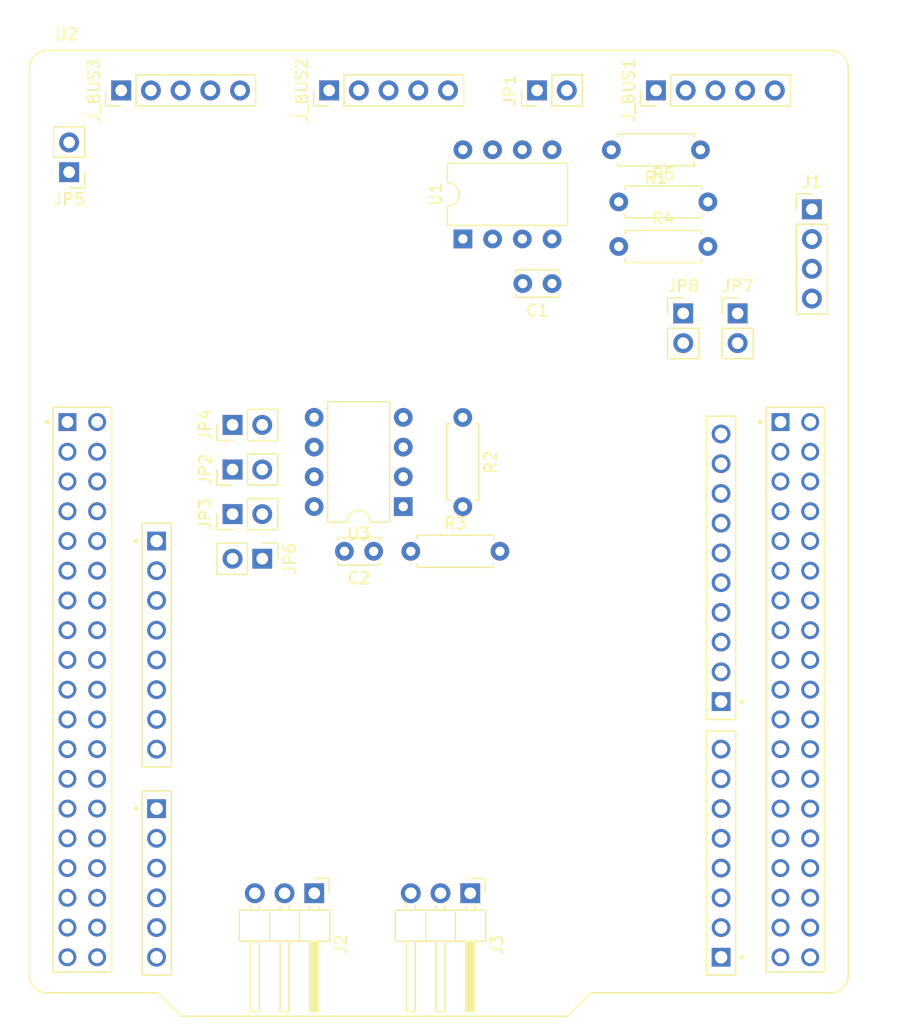
<source format=kicad_pcb>
(kicad_pcb (version 20211014) (generator pcbnew)
  (layers (0 "F.Cu" signal) (31 "B.Cu" signal) (34 "B.Paste" user) (35 "F.Paste" user) (36 "B.SilkS" user "B.Silkscreen") (37 "F.SilkS" user "F.Silkscreen") (38 "B.Mask" user) (39 "F.Mask" user) (44 "Edge.Cuts" user))
  (net 0 "")
  (net 1 "GND")
  (net 2 "5VCPU")
  (net 3 "3V3")
  (net 4 "Net-(JP1-Pad2)")
  (net 5 "12V")
  (net 6 "5V")
  (net 7 "Net-(JP1-Pad1)")
  (net 8 "CAN_TX")
  (net 9 "CAN_RX")
  (net 63 "Net-(JP2-Pad2)")
  (net 64 "Net-(JP3-Pad2)")
  (net 65 "Net-(JP4-Pad2)")
  (net 66 "SPICLK")
  (net 67 "MISO")
  (net 68 "MOSI")
  (net 69 "EECS")
  (net 70 "Net-(J_BUS2-Pad4)")
  (net 73 "Net-(U3-Pad3)")
  (net 81 "Net-(U2-PadCN7_4)")
  (net 82 "I2C3_CK")
  (net 83 "Net-(U2-PadCN10_2)")
  (net 84 "I2C3_DTA")
  (net 85 "Net-(U2-PadCN10_1)")
  (footprint "Capacitor_THT:C_Disc_D3.4mm_W2.1mm_P2.50mm" (layer "F.Cu") (at 101.6 106.68 180)
    (fp_text reference "C2" (at 1.25 -2.3) (layer "F.SilkS"))
    (fp_text value "100nF")
    (fp_line (start -0.57 1.17) (end 3.07 1.17) (layer "F.SilkS") (width 0.12))
    (fp_line (start -0.57 0.925) (end -0.57 1.17) (layer "F.SilkS") (width 0.12))
    (fp_line (start -0.57 -1.17) (end 3.07 -1.17) (layer "F.SilkS") (width 0.12))
    (fp_line (start -0.57 -1.17) (end -0.57 -0.925) (layer "F.SilkS") (width 0.12))
    (fp_line (start 3.07 0.925) (end 3.07 1.17) (layer "F.SilkS") (width 0.12))
    (fp_line (start 3.07 -1.17) (end 3.07 -0.925) (layer "F.SilkS") (width 0.12))
    (pad "1" thru_hole circle (at 0 0 180) (size 1.6 1.6) (drill 0.8) (layers *.Cu *.Mask) (net 1 "GND"))
    (pad "2" thru_hole circle (at 2.5 0 180) (size 1.6 1.6) (drill 0.8) (layers *.Cu *.Mask) (net 3 "3V3"))
  )
  (footprint "Connector_PinHeader_2.54mm:PinHeader_1x02_P2.54mm_Vertical" (layer "F.Cu") (at 89.535 103.505 90)
    (fp_text reference "JP3" (at 0 -2.33 90) (layer "F.SilkS"))
    (fp_text value "SJ")
    (fp_line (start -1.33 3.87) (end 1.33 3.87) (layer "F.SilkS") (width 0.12))
    (fp_line (start -1.33 -1.33) (end 0 -1.33) (layer "F.SilkS") (width 0.12))
    (fp_line (start 1.33 1.27) (end 1.33 3.87) (layer "F.SilkS") (width 0.12))
    (fp_line (start -1.33 1.27) (end -1.33 3.87) (layer "F.SilkS") (width 0.12))
    (fp_line (start -1.33 1.27) (end 1.33 1.27) (layer "F.SilkS") (width 0.12))
    (fp_line (start -1.33 0) (end -1.33 -1.33) (layer "F.SilkS") (width 0.12))
    (pad "1" thru_hole rect (at 0 0 90) (size 1.7 1.7) (drill 1) (layers *.Cu *.Mask) (net 66 "SPICLK"))
    (pad "2" thru_hole oval (at 0 2.54 90) (size 1.7 1.7) (drill 1) (layers *.Cu *.Mask) (net 64 "Net-(JP3-Pad2)"))
  )
  (footprint "Connector_PinHeader_2.54mm:PinHeader_1x05_P2.54mm_Vertical" (layer "F.Cu") (at 125.735 67.31 90)
    (fp_text reference "J_BUS1" (at 0 -2.33 90) (layer "F.SilkS"))
    (fp_text value "Conn_01x05_Female")
    (fp_line (start -1.33 11.49) (end 1.33 11.49) (layer "F.SilkS") (width 0.12))
    (fp_line (start -1.33 1.27) (end -1.33 11.49) (layer "F.SilkS") (width 0.12))
    (fp_line (start 1.33 1.27) (end 1.33 11.49) (layer "F.SilkS") (width 0.12))
    (fp_line (start -1.33 -1.33) (end 0 -1.33) (layer "F.SilkS") (width 0.12))
    (fp_line (start -1.33 0) (end -1.33 -1.33) (layer "F.SilkS") (width 0.12))
    (fp_line (start -1.33 1.27) (end 1.33 1.27) (layer "F.SilkS") (width 0.12))
    (pad "1" thru_hole rect (at 0 0 90) (size 1.7 1.7) (drill 1) (layers *.Cu *.Mask) (net 5 "12V"))
    (pad "2" thru_hole oval (at 0 2.54 90) (size 1.7 1.7) (drill 1) (layers *.Cu *.Mask) (net 1 "GND"))
    (pad "3" thru_hole oval (at 0 5.08 90) (size 1.7 1.7) (drill 1) (layers *.Cu *.Mask) (net 6 "5V"))
    (pad "4" thru_hole oval (at 0 7.62 90) (size 1.7 1.7) (drill 1) (layers *.Cu *.Mask) (net 70 "Net-(J_BUS2-Pad4)"))
    (pad "5" thru_hole oval (at 0 10.16 90) (size 1.7 1.7) (drill 1) (layers *.Cu *.Mask) (net 7 "Net-(JP1-Pad1)"))
  )
  (footprint "Connector_PinHeader_2.54mm:PinHeader_1x03_P2.54mm_Horizontal" (layer "F.Cu") (at 109.855 135.89 -90)
    (fp_text reference "J3" (at 4.385 -2.27 90) (layer "F.SilkS"))
    (fp_text value "Conn_01x03_Male")
    (fp_line (start 10.1 4.7) (end 10.1 5.46) (layer "F.SilkS") (width 0.12))
    (fp_line (start 1.042929 5.46) (end 1.44 5.46) (layer "F.SilkS") (width 0.12))
    (fp_line (start 4.1 6.41) (end 4.1 -1.33) (layer "F.SilkS") (width 0.12))
    (fp_line (start 4.1 4.7) (end 10.1 4.7) (layer "F.SilkS") (width 0.12))
    (fp_line (start 10.1 2.92) (end 4.1 2.92) (layer "F.SilkS") (width 0.12))
    (fp_line (start 1.11 -0.38) (end 1.44 -0.38) (layer "F.SilkS") (width 0.12))
    (fp_line (start 10.1 0.38) (end 4.1 0.38) (layer "F.SilkS") (width 0.12))
    (fp_line (start 10.1 5.46) (end 4.1 5.46) (layer "F.SilkS") (width 0.12))
    (fp_line (start 4.1 -1.33) (end 1.44 -1.33) (layer "F.SilkS") (width 0.12))
    (fp_line (start 1.44 -1.33) (end 1.44 6.41) (layer "F.SilkS") (width 0.12))
    (fp_line (start 1.44 1.27) (end 4.1 1.27) (layer "F.SilkS") (width 0.12))
    (fp_line (start 4.1 -0.38) (end 10.1 -0.38) (layer "F.SilkS") (width 0.12))
    (fp_line (start 1.11 0.38) (end 1.44 0.38) (layer "F.SilkS") (width 0.12))
    (fp_line (start 1.042929 4.7) (end 1.44 4.7) (layer "F.SilkS") (width 0.12))
    (fp_line (start 10.1 -0.38) (end 10.1 0.38) (layer "F.SilkS") (width 0.12))
    (fp_line (start 10.1 2.16) (end 10.1 2.92) (layer "F.SilkS") (width 0.12))
    (fp_line (start -1.27 0) (end -1.27 -1.27) (layer "F.SilkS") (width 0.12))
    (fp_line (start 4.1 0.04) (end 10.1 0.04) (layer "F.SilkS") (width 0.12))
    (fp_line (start 4.1 -0.08) (end 10.1 -0.08) (layer "F.SilkS") (width 0.12))
    (fp_line (start 4.1 2.16) (end 10.1 2.16) (layer "F.SilkS") (width 0.12))
    (fp_line (start 1.44 6.41) (end 4.1 6.41) (layer "F.SilkS") (width 0.12))
    (fp_line (start 1.44 3.81) (end 4.1 3.81) (layer "F.SilkS") (width 0.12))
    (fp_line (start -1.27 -1.27) (end 0 -1.27) (layer "F.SilkS") (width 0.12))
    (fp_line (start 1.042929 2.16) (end 1.44 2.16) (layer "F.SilkS") (width 0.12))
    (fp_line (start 4.1 0.28) (end 10.1 0.28) (layer "F.SilkS") (width 0.12))
    (fp_line (start 1.042929 2.92) (end 1.44 2.92) (layer "F.SilkS") (width 0.12))
    (fp_line (start 4.1 -0.32) (end 10.1 -0.32) (layer "F.SilkS") (width 0.12))
    (fp_line (start 4.1 -0.2) (end 10.1 -0.2) (layer "F.SilkS") (width 0.12))
    (fp_line (start 4.1 0.16) (end 10.1 0.16) (layer "F.SilkS") (width 0.12))
    (pad "1" thru_hole rect (at 0 0 270) (size 1.7 1.7) (drill 1) (layers *.Cu *.Mask))
    (pad "2" thru_hole oval (at 0 2.54 270) (size 1.7 1.7) (drill 1) (layers *.Cu *.Mask))
    (pad "3" thru_hole oval (at 0 5.08 270) (size 1.7 1.7) (drill 1) (layers *.Cu *.Mask))
  )
  (footprint "Connector_PinHeader_2.54mm:PinHeader_1x04_P2.54mm_Vertical" (layer "F.Cu") (at 139.065 77.47)
    (fp_text reference "J1" (at 0 -2.33) (layer "F.SilkS"))
    (fp_text value "Conn_01x04_Female")
    (fp_line (start -1.33 1.27) (end 1.33 1.27) (layer "F.SilkS") (width 0.12))
    (fp_line (start -1.33 8.95) (end 1.33 8.95) (layer "F.SilkS") (width 0.12))
    (fp_line (start 1.33 1.27) (end 1.33 8.95) (layer "F.SilkS") (width 0.12))
    (fp_line (start -1.33 -1.33) (end 0 -1.33) (layer "F.SilkS") (width 0.12))
    (fp_line (start -1.33 0) (end -1.33 -1.33) (layer "F.SilkS") (width 0.12))
    (fp_line (start -1.33 1.27) (end -1.33 8.95) (layer "F.SilkS") (width 0.12))
    (pad "1" thru_hole rect (at 0 0) (size 1.7 1.7) (drill 1) (layers *.Cu *.Mask))
    (pad "2" thru_hole oval (at 0 2.54) (size 1.7 1.7) (drill 1) (layers *.Cu *.Mask))
    (pad "3" thru_hole oval (at 0 5.08) (size 1.7 1.7) (drill 1) (layers *.Cu *.Mask))
    (pad "4" thru_hole oval (at 0 7.62) (size 1.7 1.7) (drill 1) (layers *.Cu *.Mask))
  )
  (footprint "Connector_PinHeader_2.54mm:PinHeader_1x02_P2.54mm_Vertical" (layer "F.Cu") (at 89.535 95.885 90)
    (fp_text reference "JP4" (at 0 -2.33 90) (layer "F.SilkS"))
    (fp_text value "SJ")
    (fp_line (start -1.33 3.87) (end 1.33 3.87) (layer "F.SilkS") (width 0.12))
    (fp_line (start -1.33 1.27) (end -1.33 3.87) (layer "F.SilkS") (width 0.12))
    (fp_line (start -1.33 0) (end -1.33 -1.33) (layer "F.SilkS") (width 0.12))
    (fp_line (start -1.33 -1.33) (end 0 -1.33) (layer "F.SilkS") (width 0.12))
    (fp_line (start -1.33 1.27) (end 1.33 1.27) (layer "F.SilkS") (width 0.12))
    (fp_line (start 1.33 1.27) (end 1.33 3.87) (layer "F.SilkS") (width 0.12))
    (pad "1" thru_hole rect (at 0 0 90) (size 1.7 1.7) (drill 1) (layers *.Cu *.Mask) (net 68 "MOSI"))
    (pad "2" thru_hole oval (at 0 2.54 90) (size 1.7 1.7) (drill 1) (layers *.Cu *.Mask) (net 65 "Net-(JP4-Pad2)"))
  )
  (footprint "Connector_PinHeader_2.54mm:PinHeader_1x02_P2.54mm_Vertical" (layer "F.Cu") (at 132.715 86.36)
    (fp_text reference "JP7" (at 0 -2.33) (layer "F.SilkS"))
    (fp_text value "SJ")
    (fp_line (start -1.33 -1.33) (end 0 -1.33) (layer "F.SilkS") (width 0.12))
    (fp_line (start -1.33 0) (end -1.33 -1.33) (layer "F.SilkS") (width 0.12))
    (fp_line (start -1.33 3.87) (end 1.33 3.87) (layer "F.SilkS") (width 0.12))
    (fp_line (start 1.33 1.27) (end 1.33 3.87) (layer "F.SilkS") (width 0.12))
    (fp_line (start -1.33 1.27) (end -1.33 3.87) (layer "F.SilkS") (width 0.12))
    (fp_line (start -1.33 1.27) (end 1.33 1.27) (layer "F.SilkS") (width 0.12))
    (pad "1" thru_hole rect (at 0 0) (size 1.7 1.7) (drill 1) (layers *.Cu *.Mask) (net 82 "I2C3_CK"))
    (pad "2" thru_hole oval (at 0 2.54) (size 1.7 1.7) (drill 1) (layers *.Cu *.Mask) (net 83 "Net-(U2-PadCN10_2)"))
  )
  (footprint "Resistor_THT:R_Axial_DIN0207_L6.3mm_D2.5mm_P7.62mm_Horizontal" (layer "F.Cu") (at 122.555 76.835)
    (fp_text reference "R5" (at 3.81 -2.37) (layer "F.SilkS"))
    (fp_text value "4.4K")
    (fp_line (start 0.54 1.37) (end 7.08 1.37) (layer "F.SilkS") (width 0.12))
    (fp_line (start 0.54 -1.37) (end 7.08 -1.37) (layer "F.SilkS") (width 0.12))
    (fp_line (start 0.54 1.04) (end 0.54 1.37) (layer "F.SilkS") (width 0.12))
    (fp_line (start 7.08 -1.37) (end 7.08 -1.04) (layer "F.SilkS") (width 0.12))
    (fp_line (start 0.54 -1.04) (end 0.54 -1.37) (layer "F.SilkS") (width 0.12))
    (fp_line (start 7.08 1.37) (end 7.08 1.04) (layer "F.SilkS") (width 0.12))
    (pad "1" thru_hole circle (at 0 0) (size 1.6 1.6) (drill 0.8) (layers *.Cu *.Mask))
    (pad "2" thru_hole oval (at 7.62 0) (size 1.6 1.6) (drill 0.8) (layers *.Cu *.Mask) (net 3 "3V3"))
  )
  (footprint "Resistor_THT:R_Axial_DIN0207_L6.3mm_D2.5mm_P7.62mm_Horizontal" (layer "F.Cu") (at 129.54 72.39 180)
    (fp_text reference "R1" (at 3.81 -2.37) (layer "F.SilkS"))
    (fp_text value "120")
    (fp_line (start 0.54 -1.04) (end 0.54 -1.37) (layer "F.SilkS") (width 0.12))
    (fp_line (start 0.54 1.37) (end 7.08 1.37) (layer "F.SilkS") (width 0.12))
    (fp_line (start 0.54 1.04) (end 0.54 1.37) (layer "F.SilkS") (width 0.12))
    (fp_line (start 7.08 1.37) (end 7.08 1.04) (layer "F.SilkS") (width 0.12))
    (fp_line (start 7.08 -1.37) (end 7.08 -1.04) (layer "F.SilkS") (width 0.12))
    (fp_line (start 0.54 -1.37) (end 7.08 -1.37) (layer "F.SilkS") (width 0.12))
    (pad "1" thru_hole circle (at 0 0 180) (size 1.6 1.6) (drill 0.8) (layers *.Cu *.Mask) (net 70 "Net-(J_BUS2-Pad4)"))
    (pad "2" thru_hole oval (at 7.62 0 180) (size 1.6 1.6) (drill 0.8) (layers *.Cu *.Mask) (net 4 "Net-(JP1-Pad2)"))
  )
  (footprint "Connector_PinHeader_2.54mm:PinHeader_1x05_P2.54mm_Vertical" (layer "F.Cu") (at 80.015 67.315 90)
    (fp_text reference "J_BUS3" (at 0 -2.33 90) (layer "F.SilkS"))
    (fp_text value "Conn_01x05_Female")
    (fp_line (start -1.33 1.27) (end -1.33 11.49) (layer "F.SilkS") (width 0.12))
    (fp_line (start -1.33 1.27) (end 1.33 1.27) (layer "F.SilkS") (width 0.12))
    (fp_line (start -1.33 11.49) (end 1.33 11.49) (layer "F.SilkS") (width 0.12))
    (fp_line (start -1.33 0) (end -1.33 -1.33) (layer "F.SilkS") (width 0.12))
    (fp_line (start -1.33 -1.33) (end 0 -1.33) (layer "F.SilkS") (width 0.12))
    (fp_line (start 1.33 1.27) (end 1.33 11.49) (layer "F.SilkS") (width 0.12))
    (pad "1" thru_hole rect (at 0 0 90) (size 1.7 1.7) (drill 1) (layers *.Cu *.Mask) (net 5 "12V"))
    (pad "2" thru_hole oval (at 0 2.54 90) (size 1.7 1.7) (drill 1) (layers *.Cu *.Mask) (net 1 "GND"))
    (pad "3" thru_hole oval (at 0 5.08 90) (size 1.7 1.7) (drill 1) (layers *.Cu *.Mask) (net 6 "5V"))
    (pad "4" thru_hole oval (at 0 7.62 90) (size 1.7 1.7) (drill 1) (layers *.Cu *.Mask))
    (pad "5" thru_hole oval (at 0 10.16 90) (size 1.7 1.7) (drill 1) (layers *.Cu *.Mask))
  )
  (footprint "Connector_PinHeader_2.54mm:PinHeader_1x02_P2.54mm_Vertical" (layer "F.Cu") (at 128.065 86.36)
    (fp_text reference "JP8" (at 0 -2.33) (layer "F.SilkS"))
    (fp_text value "SJ")
    (fp_line (start -1.33 1.27) (end -1.33 3.87) (layer "F.SilkS") (width 0.12))
    (fp_line (start 1.33 1.27) (end 1.33 3.87) (layer "F.SilkS") (width 0.12))
    (fp_line (start -1.33 1.27) (end 1.33 1.27) (layer "F.SilkS") (width 0.12))
    (fp_line (start -1.33 0) (end -1.33 -1.33) (layer "F.SilkS") (width 0.12))
    (fp_line (start -1.33 -1.33) (end 0 -1.33) (layer "F.SilkS") (width 0.12))
    (fp_line (start -1.33 3.87) (end 1.33 3.87) (layer "F.SilkS") (width 0.12))
    (pad "1" thru_hole rect (at 0 0) (size 1.7 1.7) (drill 1) (layers *.Cu *.Mask) (net 84 "I2C3_DTA"))
    (pad "2" thru_hole oval (at 0 2.54) (size 1.7 1.7) (drill 1) (layers *.Cu *.Mask) (net 85 "Net-(U2-PadCN10_1)"))
  )
  (footprint "Connector_PinHeader_2.54mm:PinHeader_1x02_P2.54mm_Vertical" (layer "F.Cu") (at 75.565 74.295 180)
    (fp_text reference "JP5" (at 0 -2.33) (layer "F.SilkS"))
    (fp_text value "Jumper_2_Open")
    (fp_line (start -1.33 -1.33) (end 0 -1.33) (layer "F.SilkS") (width 0.12))
    (fp_line (start -1.33 3.87) (end 1.33 3.87) (layer "F.SilkS") (width 0.12))
    (fp_line (start -1.33 1.27) (end -1.33 3.87) (layer "F.SilkS") (width 0.12))
    (fp_line (start -1.33 0) (end -1.33 -1.33) (layer "F.SilkS") (width 0.12))
    (fp_line (start -1.33 1.27) (end 1.33 1.27) (layer "F.SilkS") (width 0.12))
    (fp_line (start 1.33 1.27) (end 1.33 3.87) (layer "F.SilkS") (width 0.12))
    (pad "1" thru_hole rect (at 0 0 180) (size 1.7 1.7) (drill 1) (layers *.Cu *.Mask) (net 2 "5VCPU"))
    (pad "2" thru_hole oval (at 0 2.54 180) (size 1.7 1.7) (drill 1) (layers *.Cu *.Mask) (net 6 "5V"))
  )
  (footprint "Connector_PinHeader_2.54mm:PinHeader_1x02_P2.54mm_Vertical" (layer "F.Cu") (at 89.535 99.695 90)
    (fp_text reference "JP2" (at 0 -2.33 90) (layer "F.SilkS"))
    (fp_text value "SJ")
    (fp_line (start -1.33 1.27) (end 1.33 1.27) (layer "F.SilkS") (width 0.12))
    (fp_line (start -1.33 3.87) (end 1.33 3.87) (layer "F.SilkS") (width 0.12))
    (fp_line (start -1.33 -1.33) (end 0 -1.33) (layer "F.SilkS") (width 0.12))
    (fp_line (start -1.33 0) (end -1.33 -1.33) (layer "F.SilkS") (width 0.12))
    (fp_line (start 1.33 1.27) (end 1.33 3.87) (layer "F.SilkS") (width 0.12))
    (fp_line (start -1.33 1.27) (end -1.33 3.87) (layer "F.SilkS") (width 0.12))
    (pad "1" thru_hole rect (at 0 0 90) (size 1.7 1.7) (drill 1) (layers *.Cu *.Mask) (net 67 "MISO"))
    (pad "2" thru_hole oval (at 0 2.54 90) (size 1.7 1.7) (drill 1) (layers *.Cu *.Mask) (net 63 "Net-(JP2-Pad2)"))
  )
  (footprint "nucleo-64:MODULE_NUCLEO-G491RE" (layer "F.Cu") (at 107.17 105.15)
    (fp_text reference "U2" (at -31.825 -42.635) (layer "F.SilkS"))
    (fp_text value "NUCLEO-G491RE")
    (fp_line (start -27.98 -10.78) (end -32.98 -10.78) (layer "F.SilkS") (width 0.127))
    (fp_line (start -22.88 -0.87) (end -25.38 -0.87) (layer "F.SilkS") (width 0.127))
    (fp_line (start -25.38 19.95) (end -22.88 19.95) (layer "F.SilkS") (width 0.127))
    (fp_line (start -32.98 37.48) (end -27.98 37.48) (layer "F.SilkS") (width 0.127))
    (fp_line (start -33.5 -41.25) (end 33.5 -41.25) (layer "F.SilkS") (width 0.127))
    (fp_line (start -24 39.25) (end -33.5 39.25) (layer "F.SilkS") (width 0.127))
    (fp_line (start 25.38 -10.01) (end 22.88 -10.01) (layer "F.SilkS") (width 0.127))
    (fp_line (start 32.98 -10.78) (end 27.98 -10.78) (layer "F.SilkS") (width 0.127))
    (fp_line (start 22.88 16.91) (end 22.88 37.73) (layer "F.SilkS") (width 0.127))
    (fp_line (start 22.88 37.73) (end 25.38 37.73) (layer "F.SilkS") (width 0.127))
    (fp_line (start 33.5 39.25) (end 13 39.25) (layer "F.SilkS") (width 0.127))
    (fp_line (start 11 41.25) (end -22 41.25) (layer "F.SilkS") (width 0.127))
    (fp_line (start 13 39.25) (end 11 41.25) (layer "F.SilkS") (width 0.127))
    (fp_line (start 22.88 -10.01) (end 22.88 15.89) (layer "F.SilkS") (width 0.127))
    (fp_line (start -32.98 -10.78) (end -32.98 37.48) (layer "F.SilkS") (width 0.127))
    (fp_line (start -25.38 37.73) (end -22.88 37.73) (layer "F.SilkS") (width 0.127))
    (fp_line (start -27.98 37.48) (end -27.98 -10.78) (layer "F.SilkS") (width 0.127))
    (fp_line (start -35 37.75) (end -35 -39.75) (layer "F.SilkS") (width 0.127))
    (fp_line (start -25.38 21.99) (end -25.38 37.73) (layer "F.SilkS") (width 0.127))
    (fp_line (start 25.38 37.73) (end 25.38 16.91) (layer "F.SilkS") (width 0.127))
    (fp_line (start 35 -39.75) (end 35 37.75) (layer "F.SilkS") (width 0.127))
    (fp_line (start -22 41.25) (end -24 39.25) (layer "F.SilkS") (width 0.127))
    (fp_line (start -22.88 19.95) (end -22.88 -0.87) (layer "F.SilkS") (width 0.127))
    (fp_line (start 32.98 37.48) (end 32.98 -10.78) (layer "F.SilkS") (width 0.127))
    (fp_line (start 27.98 -10.78) (end 27.98 37.48) (layer "F.SilkS") (width 0.127))
    (fp_line (start -22.88 37.73) (end -22.88 21.99) (layer "F.SilkS") (width 0.127))
    (fp_line (start 27.98 37.48) (end 32.98 37.48) (layer "F.SilkS") (width 0.127))
    (fp_line (start -22.88 21.99) (end -25.38 21.99) (layer "F.SilkS") (width 0.127))
    (fp_line (start 22.88 15.89) (end 25.38 15.89) (layer "F.SilkS") (width 0.127))
    (fp_line (start 25.38 16.91) (end 22.88 16.91) (layer "F.SilkS") (width 0.127))
    (fp_line (start -25.38 -0.87) (end -25.38 19.95) (layer "F.SilkS") (width 0.127))
    (fp_line (start 25.38 15.89) (end 25.38 -10.01) (layer "F.SilkS") (width 0.127))
    (fp_arc (start 35 37.75) (mid 34.56066 38.81066) (end 33.5 39.25) (layer "F.SilkS") (width 0.127))
    (fp_arc (start -33.5 39.25) (mid -34.56066 38.81066) (end -35 37.75) (layer "F.SilkS") (width 0.127))
    (fp_arc (start -35 -39.75) (mid -34.56066 -40.81066) (end -33.5 -41.25) (layer "F.SilkS") (width 0.127))
    (fp_arc (start 33.5 -41.25) (mid 34.56066 -40.81066) (end 35 -39.75) (layer "F.SilkS") (width 0.127))
    (fp_circle (center 27.46 -9.51) (end 27.56 -9.51) (layer "F.SilkS") (width 0.2) (fill none))
    (fp_circle (center -33.5 -9.51) (end -33.4 -9.51) (layer "F.SilkS") (width 0.2) (fill none))
    (fp_circle (center 25.88 14.37) (end 25.98 14.37) (layer "F.SilkS") (width 0.2) (fill none))
    (fp_circle (center 25.88 36.21) (end 25.98 36.21) (layer "F.SilkS") (width 0.2) (fill none))
    (fp_circle (center -25.88 0.65) (end -25.78 0.65) (layer "F.SilkS") (width 0.2) (fill none))
    (fp_circle (center -25.88 23.51) (end -25.78 23.51) (layer "F.SilkS") (width 0.2) (fill none))
    (pad "" np_thru_hole circle (at 24.13 -12.05) (size 3 3) (drill 3) (layers *.Cu *.Mask))
    (pad "" np_thru_hole circle (at 8.89 38.75) (size 3 3) (drill 3) (layers *.Cu *.Mask))
    (pad "" np_thru_hole circle (at -24.13 -13.32) (size 3 3) (drill 3) (layers *.Cu *.Mask))
    (pad "CN5_1" thru_hole rect (at 24.13 14.37) (size 1.605 1.605) (drill 1.07) (layers *.Cu *.Mask))
    (pad "CN5_2" thru_hole circle (at 24.13 11.83) (size 1.605 1.605) (drill 1.07) (layers *.Cu *.Mask))
    (pad "CN5_3" thru_hole circle (at 24.13 9.29) (size 1.605 1.605) (drill 1.07) (layers *.Cu *.Mask))
    (pad "CN5_4" thru_hole circle (at 24.13 6.75) (size 1.605 1.605) (drill 1.07) (layers *.Cu *.Mask))
    (pad "CN5_5" thru_hole circle (at 24.13 4.21) (size 1.605 1.605) (drill 1.07) (layers *.Cu *.Mask))
    (pad "CN5_6" thru_hole circle (at 24.13 1.67) (size 1.605 1.605) (drill 1.07) (layers *.Cu *.Mask))
    (pad "CN5_7" thru_hole circle (at 24.13 -0.87) (size 1.605 1.605) (drill 1.07) (layers *.Cu *.Mask))
    (pad "CN5_8" thru_hole circle (at 24.13 -3.41) (size 1.605 1.605) (drill 1.07) (layers *.Cu *.Mask))
    (pad "CN5_9" thru_hole circle (at 24.13 -5.95) (size 1.605 1.605) (drill 1.07) (layers *.Cu *.Mask))
    (pad "CN5_10" thru_hole circle (at 24.13 -8.49) (size 1.605 1.605) (drill 1.07) (layers *.Cu *.Mask))
    (pad "CN6_1" thru_hole rect (at -24.13 0.65) (size 1.605 1.605) (drill 1.07) (layers *.Cu *.Mask))
    (pad "CN6_2" thru_hole circle (at -24.13 3.19) (size 1.605 1.605) (drill 1.07) (layers *.Cu *.Mask))
    (pad "CN6_3" thru_hole circle (at -24.13 5.73) (size 1.605 1.605) (drill 1.07) (layers *.Cu *.Mask))
    (pad "CN6_4" thru_hole circle (at -24.13 8.27) (size 1.605 1.605) (drill 1.07) (layers *.Cu *.Mask))
    (pad "CN6_5" thru_hole circle (at -24.13 10.81) (size 1.605 1.605) (drill 1.07) (layers *.Cu *.Mask))
    (pad "CN6_6" thru_hole circle (at -24.13 13.35) (size 1.605 1.605) (drill 1.07) (layers *.Cu *.Mask))
    (pad "CN6_7" thru_hole circle (at -24.13 15.89) (size 1.605 1.605) (drill 1.07) (layers *.Cu *.Mask))
    (pad "CN6_8" thru_hole circle (at -24.13 18.43) (size 1.605 1.605) (drill 1.07) (layers *.Cu *.Mask))
    (pad "CN7_1" thru_hole rect (at -31.75 -9.51) (size 1.53 1.53) (drill 1.02) (layers *.Cu *.Mask) (net 64 "Net-(JP3-Pad2)"))
    (pad "CN7_2" thru_hole circle (at -29.21 -9.51) (size 1.53 1.53) (drill 1.02) (layers *.Cu *.Mask) (net 63 "Net-(JP2-Pad2)"))
    (pad "CN7_3" thru_hole circle (at -31.75 -6.97) (size 1.53 1.53) (drill 1.02) (layers *.Cu *.Mask) (net 65 "Net-(JP4-Pad2)"))
    (pad "CN7_4" thru_hole circle (at -29.21 -6.97) (size 1.53 1.53) (drill 1.02) (layers *.Cu *.Mask) (net 81 "Net-(U2-PadCN7_4)"))
    (pad "CN7_5" thru_hole circle (at -31.75 -4.43) (size 1.53 1.53) (drill 1.02) (layers *.Cu *.Mask))
    (pad "CN7_6" thru_hole circle (at -29.21 -4.43) (size 1.53 1.53) (drill 1.02) (layers *.Cu *.Mask))
    (pad "CN7_7" thru_hole circle (at -31.75 -1.89) (size 1.53 1.53) (drill 1.02) (layers *.Cu *.Mask))
    (pad "CN7_8" thru_hole circle (at -29.21 -1.89) (size 1.53 1.53) (drill 1.02) (layers *.Cu *.Mask) (net 1 "GND"))
    (pad "CN7_9" thru_hole circle (at -31.75 0.65) (size 1.53 1.53) (drill 1.02) (layers *.Cu *.Mask))
    (pad "CN7_10" thru_hole circle (at -29.21 0.65) (size 1.53 1.53) (drill 1.02) (layers *.Cu *.Mask))
    (pad "CN7_11" thru_hole circle (at -31.75 3.19) (size 1.53 1.53) (drill 1.02) (layers *.Cu *.Mask))
    (pad "CN7_12" thru_hole circle (at -29.21 3.19) (size 1.53 1.53) (drill 1.02) (layers *.Cu *.Mask))
    (pad "CN7_13" thru_hole circle (at -31.75 5.73) (size 1.53 1.53) (drill 1.02) (layers *.Cu *.Mask))
    (pad "CN7_14" thru_hole circle (at -29.21 5.73) (size 1.53 1.53) (drill 1.02) (layers *.Cu *.Mask))
    (pad "CN7_15" thru_hole circle (at -31.75 8.27) (size 1.53 1.53) (drill 1.02) (layers *.Cu *.Mask))
    (pad "CN7_16" thru_hole circle (at -29.21 8.27) (size 1.53 1.53) (drill 1.02) (layers *.Cu *.Mask) (net 3 "3V3"))
    (pad "CN7_17" thru_hole circle (at -31.75 10.81) (size 1.53 1.53) (drill 1.02) (layers *.Cu *.Mask))
    (pad "CN7_18" thru_hole circle (at -29.21 10.81) (size 1.53 1.53) (drill 1.02) (layers *.Cu *.Mask) (net 2 "5VCPU"))
    (pad "CN7_19" thru_hole circle (at -31.75 13.35) (size 1.53 1.53) (drill 1.02) (layers *.Cu *.Mask) (net 1 "GND"))
    (pad "CN7_20" thru_hole circle (at -29.21 13.35) (size 1.53 1.53) (drill 1.02) (layers *.Cu *.Mask) (net 1 "GND"))
    (pad "CN7_21" thru_hole circle (at -31.75 15.89) (size 1.53 1.53) (drill 1.02) (layers *.Cu *.Mask))
    (pad "CN7_22" thru_hole circle (at -29.21 15.89) (size 1.53 1.53) (drill 1.02) (layers *.Cu *.Mask) (net 1 "GND"))
    (pad "CN7_23" thru_hole circle (at -31.75 18.43) (size 1.53 1.53) (drill 1.02) (layers *.Cu *.Mask))
    (pad "CN7_24" thru_hole circle (at -29.21 18.43) (size 1.53 1.53) (drill 1.02) (layers *.Cu *.Mask))
    (pad "CN7_25" thru_hole circle (at -31.75 20.97) (size 1.53 1.53) (drill 1.02) (layers *.Cu *.Mask))
    (pad "CN7_26" thru_hole circle (at -29.21 20.97) (size 1.53 1.53) (drill 1.02) (layers *.Cu *.Mask))
    (pad "CN7_27" thru_hole circle (at -31.75 23.51) (size 1.53 1.53) (drill 1.02) (layers *.Cu *.Mask))
    (pad "CN7_28" thru_hole circle (at -29.21 23.51) (size 1.53 1.53) (drill 1.02) (layers *.Cu *.Mask))
    (pad "CN7_29" thru_hole circle (at -31.75 26.05) (size 1.53 1.53) (drill 1.02) (layers *.Cu *.Mask))
    (pad "CN7_30" thru_hole circle (at -29.21 26.05) (size 1.53 1.53) (drill 1.02) (layers *.Cu *.Mask))
    (pad "CN7_31" thru_hole circle (at -31.75 28.59) (size 1.53 1.53) (drill 1.02) (layers *.Cu *.Mask))
    (pad "CN7_32" thru_hole circle (at -29.21 28.59) (size 1.53 1.53) (drill 1.02) (layers *.Cu *.Mask))
    (pad "CN7_33" thru_hole circle (at -31.75 31.13) (size 1.53 1.53) (drill 1.02) (layers *.Cu *.Mask))
    (pad "CN7_34" thru_hole circle (at -29.21 31.13) (size 1.53 1.53) (drill 1.02) (layers *.Cu *.Mask))
    (pad "CN7_35" thru_hole circle (at -31.75 33.67) (size 1.53 1.53) (drill 1.02) (layers *.Cu *.Mask))
    (pad "CN7_36" thru_hole circle (at -29.21 33.67) (size 1.53 1.53) (drill 1.02) (layers *.Cu *.Mask))
    (pad "CN7_37" thru_hole circle (at -31.75 36.21) (size 1.53 1.53) (drill 1.02) (layers *.Cu *.Mask))
    (pad "CN7_38" thru_hole circle (at -29.21 36.21) (size 1.53 1.53) (drill 1.02) (layers *.Cu *.Mask))
    (pad "CN8_1" thru_hole rect (at -24.13 23.51) (size 1.605 1.605) (drill 1.07) (layers *.Cu *.Mask))
    (pad "CN8_2" thru_hole circle (at -24.13 26.05) (size 1.605 1.605) (drill 1.07) (layers *.Cu *.Mask))
    (pad "CN8_3" thru_hole circle (at -24.13 28.59) (size 1.605 1.605) (drill 1.07) (layers *.Cu *.Mask))
    (pad "CN8_4" thru_hole circle (at -24.13 31.13) (size 1.605 1.605) (drill 1.07) (layers *.Cu *.Mask))
    (pad "CN8_5" thru_hole circle (at -24.13 33.67) (size 1.605 1.605) (drill 1.07) (layers *.Cu *.Mask))
    (pad "CN8_6" thru_hole circle (at -24.13 36.21) (size 1.605 1.605) (drill 1.07) (layers *.Cu *.Mask))
    (pad "CN9_1" thru_hole rect (at 24.13 36.21) (size 1.605 1.605) (drill 1.07) (layers *.Cu *.Mask))
    (pad "CN9_2" thru_hole circle (at 24.13 33.67) (size 1.605 1.605) (drill 1.07) (layers *.Cu *.Mask))
    (pad "CN9_3" thru_hole circle (at 24.13 31.13) (size 1.605 1.605) (drill 1.07) (layers *.Cu *.Mask))
    (pad "CN9_4" thru_hole circle (at 24.13 28.59) (size 1.605 1.605) (drill 1.07) (layers *.Cu *.Mask))
    (pad "CN9_5" thru_hole circle (at 24.13 26.05) (size 1.605 1.605) (drill 1.07) (layers *.Cu *.Mask))
    (pad "CN9_6" thru_hole circle (at 24.13 23.51) (size 1.605 1.605) (drill 1.07) (layers *.Cu *.Mask))
    (pad "CN9_7" thru_hole circle (at 24.13 20.97) (size 1.605 1.605) (drill 1.07) (layers *.Cu *.Mask))
    (pad "CN9_8" thru_hole circle (at 24.13 18.43) (size 1.605 1.605) (drill 1.07) (layers *.Cu *.Mask))
    (pad "CN10_1" thru_hole rect (at 29.21 -9.51) (size 1.53 1.53) (drill 1.02) (layers *.Cu *.Mask) (net 85 "Net-(U2-PadCN10_1)"))
    (pad "CN10_2" thru_hole circle (at 31.75 -9.51) (size 1.53 1.53) (drill 1.02) (layers *.Cu *.Mask) (net 83 "Net-(U2-PadCN10_2)"))
    (pad "CN10_3" thru_hole circle (at 29.21 -6.97) (size 1.53 1.53) (drill 1.02) (layers *.Cu *.Mask) (net 9 "CAN_RX"))
    (pad "CN10_4" thru_hole circle (at 31.75 -6.97) (size 1.53 1.53) (drill 1.02) (layers *.Cu *.Mask))
    (pad "CN10_5" thru_hole circle (at 29.21 -4.43) (size 1.53 1.53) (drill 1.02) (layers *.Cu *.Mask))
    (pad "CN10_6" thru_hole circle (at 31.75 -4.43) (size 1.53 1.53) (drill 1.02) (layers *.Cu *.Mask))
    (pad "CN10_7" thru_hole circle (at 29.21 -1.89) (size 1.53 1.53) (drill 1.02) (layers *.Cu *.Mask))
    (pad "CN10_8" thru_hole circle (at 31.75 -1.89) (size 1.53 1.53) (drill 1.02) (layers *.Cu *.Mask))
    (pad "CN10_9" thru_hole circle (at 29.21 0.65) (size 1.53 1.53) (drill 1.02) (layers *.Cu *.Mask) (net 1 "GND"))
    (pad "CN10_10" thru_hole circle (at 31.75 0.65) (size 1.53 1.53) (drill 1.02) (layers *.Cu *.Mask))
    (pad "CN10_11" thru_hole circle (at 29.21 3.19) (size 1.53 1.53) (drill 1.02) (layers *.Cu *.Mask))
    (pad "CN10_12" thru_hole circle (at 31.75 3.19) (size 1.53 1.53) (drill 1.02) (layers *.Cu *.Mask) (net 8 "CAN_TX"))
    (pad "CN10_13" thru_hole circle (at 29.21 5.73) (size 1.53 1.53) (drill 1.02) (layers *.Cu *.Mask))
    (pad "CN10_14" thru_hole circle (at 31.75 5.73) (size 1.53 1.53) (drill 1.02) (layers *.Cu *.Mask))
    (pad "CN10_15" thru_hole circle (at 29.21 8.27) (size 1.53 1.53) (drill 1.02) (layers *.Cu *.Mask))
    (pad "CN10_16" thru_hole circle (at 31.75 8.27) (size 1.53 1.53) (drill 1.02) (layers *.Cu *.Mask))
    (pad "CN10_17" thru_hole circle (at 29.21 10.81) (size 1.53 1.53) (drill 1.02) (layers *.Cu *.Mask))
    (pad "CN10_18" thru_hole circle (at 31.75 10.81) (size 1.53 1.53) (drill 1.02) (layers *.Cu *.Mask))
    (pad "CN10_19" thru_hole circle (at 29.21 13.35) (size 1.53 1.53) (drill 1.02) (layers *.Cu *.Mask))
    (pad "CN10_20" thru_hole circle (at 31.75 13.35) (size 1.53 1.53) (drill 1.02) (layers *.Cu *.Mask) (net 1 "GND"))
    (pad "CN10_21" thru_hole circle (at 29.21 15.89) (size 1.53 1.53) (drill 1.02) (layers *.Cu *.Mask))
    (pad "CN10_22" thru_hole circle (at 31.75 15.89) (size 1.53 1.53) (drill 1.02) (layers *.Cu *.Mask))
    (pad "CN10_23" thru_hole circle (at 29.21 18.43) (size 1.53 1.53) (drill 1.02) (layers *.Cu *.Mask))
    (pad "CN10_24" thru_hole circle (at 31.75 18.43) (size 1.53 1.53) (drill 1.02) (layers *.Cu *.Mask))
    (pad "CN10_25" thru_hole circle (at 29.21 20.97) (size 1.53 1.53) (drill 1.02) (layers *.Cu *.Mask))
    (pad "CN10_26" thru_hole circle (at 31.75 20.97) (size 1.53 1.53) (drill 1.02) (layers *.Cu *.Mask))
    (pad "CN10_27" thru_hole circle (at 29.21 23.51) (size 1.53 1.53) (drill 1.02) (layers *.Cu *.Mask))
    (pad "CN10_28" thru_hole circle (at 31.75 23.51) (size 1.53 1.53) (drill 1.02) (layers *.Cu *.Mask))
    (pad "CN10_29" thru_hole circle (at 29.21 26.05) (size 1.53 1.53) (drill 1.02) (layers *.Cu *.Mask))
    (pad "CN10_30" thru_hole circle (at 31.75 26.05) (size 1.53 1.53) (drill 1.02) (layers *.Cu *.Mask))
    (pad "CN10_31" thru_hole circle (at 29.21 28.59) (size 1.53 1.53) (drill 1.02) (layers *.Cu *.Mask))
    (pad "CN10_32" thru_hole circle (at 31.75 28.59) (size 1.53 1.53) (drill 1.02) (layers *.Cu *.Mask))
    (pad "CN10_33" thru_hole circle (at 29.21 31.13) (size 1.53 1.53) (drill 1.02) (layers *.Cu *.Mask))
    (pad "CN10_34" thru_hole circle (at 31.75 31.13) (size 1.53 1.53) (drill 1.02) (layers *.Cu *.Mask))
    (pad "CN10_35" thru_hole circle (at 29.21 33.67) (size 1.53 1.53) (drill 1.02) (layers *.Cu *.Mask))
    (pad "CN10_36" thru_hole circle (at 31.75 33.67) (size 1.53 1.53) (drill 1.02) (layers *.Cu *.Mask))
    (pad "CN10_37" thru_hole circle (at 29.21 36.21) (size 1.53 1.53) (drill 1.02) (layers *.Cu *.Mask))
    (pad "CN10_38" thru_hole circle (at 31.75 36.21) (size 1.53 1.53) (drill 1.02) (layers *.Cu *.Mask))
  )
  (footprint "Connector_PinHeader_2.54mm:PinHeader_1x02_P2.54mm_Vertical" (layer "F.Cu") (at 115.57 67.31 90)
    (fp_text reference "JP1" (at 0 -2.33 90) (layer "F.SilkS"))
    (fp_text value "Jumper_2_Open")
    (fp_line (start -1.33 -1.33) (end 0 -1.33) (layer "F.SilkS") (width 0.12))
    (fp_line (start -1.33 3.87) (end 1.33 3.87) (layer "F.SilkS") (width 0.12))
    (fp_line (start 1.33 1.27) (end 1.33 3.87) (layer "F.SilkS") (width 0.12))
    (fp_line (start -1.33 1.27) (end 1.33 1.27) (layer "F.SilkS") (width 0.12))
    (fp_line (start -1.33 1.27) (end -1.33 3.87) (layer "F.SilkS") (width 0.12))
    (fp_line (start -1.33 0) (end -1.33 -1.33) (layer "F.SilkS") (width 0.12))
    (pad "1" thru_hole rect (at 0 0 90) (size 1.7 1.7) (drill 1) (layers *.Cu *.Mask) (net 7 "Net-(JP1-Pad1)"))
    (pad "2" thru_hole oval (at 0 2.54 90) (size 1.7 1.7) (drill 1) (layers *.Cu *.Mask) (net 4 "Net-(JP1-Pad2)"))
  )
  (footprint "Connector_PinHeader_2.54mm:PinHeader_1x02_P2.54mm_Vertical" (layer "F.Cu") (at 92.075 107.315 -90)
    (fp_text reference "JP6" (at 0 -2.33 90) (layer "F.SilkS"))
    (fp_text value "SJ")
    (fp_line (start -1.33 3.87) (end 1.33 3.87) (layer "F.SilkS") (width 0.12))
    (fp_line (start -1.33 1.27) (end 1.33 1.27) (layer "F.SilkS") (width 0.12))
    (fp_line (start -1.33 1.27) (end -1.33 3.87) (layer "F.SilkS") (width 0.12))
    (fp_line (start -1.33 -1.33) (end 0 -1.33) (layer "F.SilkS") (width 0.12))
    (fp_line (start -1.33 0) (end -1.33 -1.33) (layer "F.SilkS") (width 0.12))
    (fp_line (start 1.33 1.27) (end 1.33 3.87) (layer "F.SilkS") (width 0.12))
    (pad "1" thru_hole rect (at 0 0 270) (size 1.7 1.7) (drill 1) (layers *.Cu *.Mask) (net 69 "EECS"))
    (pad "2" thru_hole oval (at 0 2.54 270) (size 1.7 1.7) (drill 1) (layers *.Cu *.Mask) (net 81 "Net-(U2-PadCN7_4)"))
  )
  (footprint "Resistor_THT:R_Axial_DIN0207_L6.3mm_D2.5mm_P7.62mm_Horizontal" (layer "F.Cu") (at 104.775 106.68)
    (fp_text reference "R3" (at 3.81 -2.37) (layer "F.SilkS"))
    (fp_text value "10K")
    (fp_line (start 0.54 1.37) (end 7.08 1.37) (layer "F.SilkS") (width 0.12))
    (fp_line (start 0.54 -1.04) (end 0.54 -1.37) (layer "F.SilkS") (width 0.12))
    (fp_line (start 7.08 1.37) (end 7.08 1.04) (layer "F.SilkS") (width 0.12))
    (fp_line (start 0.54 1.04) (end 0.54 1.37) (layer "F.SilkS") (width 0.12))
    (fp_line (start 7.08 -1.37) (end 7.08 -1.04) (layer "F.SilkS") (width 0.12))
    (fp_line (start 0.54 -1.37) (end 7.08 -1.37) (layer "F.SilkS") (width 0.12))
    (pad "1" thru_hole circle (at 0 0) (size 1.6 1.6) (drill 0.8) (layers *.Cu *.Mask) (net 69 "EECS"))
    (pad "2" thru_hole oval (at 7.62 0) (size 1.6 1.6) (drill 0.8) (layers *.Cu *.Mask) (net 3 "3V3"))
  )
  (footprint "Package_DIP:DIP-8_W7.62mm" (layer "F.Cu") (at 104.13 102.86 180)
    (fp_text reference "U3" (at 3.81 -2.33) (layer "F.SilkS"))
    (fp_text value "25LCxxx")
    (fp_line (start 6.46 8.95) (end 6.46 -1.33) (layer "F.SilkS") (width 0.12))
    (fp_line (start 6.46 -1.33) (end 4.81 -1.33) (layer "F.SilkS") (width 0.12))
    (fp_line (start 1.16 -1.33) (end 1.16 8.95) (layer "F.SilkS") (width 0.12))
    (fp_line (start 2.81 -1.33) (end 1.16 -1.33) (layer "F.SilkS") (width 0.12))
    (fp_line (start 1.16 8.95) (end 6.46 8.95) (layer "F.SilkS") (width 0.12))
    (fp_arc (start 4.81 -1.33) (mid 3.81 -0.33) (end 2.81 -1.33) (layer "F.SilkS") (width 0.12))
    (pad "1" thru_hole rect (at 0 0 180) (size 1.6 1.6) (drill 0.8) (layers *.Cu *.Mask) (net 69 "EECS"))
    (pad "2" thru_hole oval (at 0 2.54 180) (size 1.6 1.6) (drill 0.8) (layers *.Cu *.Mask) (net 67 "MISO"))
    (pad "3" thru_hole oval (at 0 5.08 180) (size 1.6 1.6) (drill 0.8) (layers *.Cu *.Mask) (net 73 "Net-(U3-Pad3)"))
    (pad "4" thru_hole oval (at 0 7.62 180) (size 1.6 1.6) (drill 0.8) (layers *.Cu *.Mask) (net 1 "GND"))
    (pad "5" thru_hole oval (at 7.62 7.62 180) (size 1.6 1.6) (drill 0.8) (layers *.Cu *.Mask) (net 68 "MOSI"))
    (pad "6" thru_hole oval (at 7.62 5.08 180) (size 1.6 1.6) (drill 0.8) (layers *.Cu *.Mask) (net 66 "SPICLK"))
    (pad "7" thru_hole oval (at 7.62 2.54 180) (size 1.6 1.6) (drill 0.8) (layers *.Cu *.Mask) (net 73 "Net-(U3-Pad3)"))
    (pad "8" thru_hole oval (at 7.62 0 180) (size 1.6 1.6) (drill 0.8) (layers *.Cu *.Mask) (net 3 "3V3"))
  )
  (footprint "Resistor_THT:R_Axial_DIN0207_L6.3mm_D2.5mm_P7.62mm_Horizontal" (layer "F.Cu") (at 109.22 95.25 -90)
    (fp_text reference "R2" (at 3.81 -2.37 90) (layer "F.SilkS"))
    (fp_text value "10K")
    (fp_line (start 7.08 -1.37) (end 7.08 -1.04) (layer "F.SilkS") (width 0.12))
    (fp_line (start 0.54 1.04) (end 0.54 1.37) (layer "F.SilkS") (width 0.12))
    (fp_line (start 0.54 -1.37) (end 7.08 -1.37) (layer "F.SilkS") (width 0.12))
    (fp_line (start 0.54 -1.04) (end 0.54 -1.37) (layer "F.SilkS") (width 0.12))
    (fp_line (start 7.08 1.37) (end 7.08 1.04) (layer "F.SilkS") (width 0.12))
    (fp_line (start 0.54 1.37) (end 7.08 1.37) (layer "F.SilkS") (width 0.12))
    (pad "1" thru_hole circle (at 0 0 270) (size 1.6 1.6) (drill 0.8) (layers *.Cu *.Mask) (net 73 "Net-(U3-Pad3)"))
    (pad "2" thru_hole oval (at 7.62 0 270) (size 1.6 1.6) (drill 0.8) (layers *.Cu *.Mask) (net 3 "3V3"))
  )
  (footprint "Package_DIP:DIP-8_W7.62mm" (layer "F.Cu") (at 109.23 80 90)
    (fp_text reference "U1" (at 3.81 -2.33 90) (layer "F.SilkS"))
    (fp_text value "MCP2561-E-P")
    (fp_line (start 6.46 8.95) (end 6.46 -1.33) (layer "F.SilkS") (width 0.12))
    (fp_line (start 1.16 8.95) (end 6.46 8.95) (layer "F.SilkS") (width 0.12))
    (fp_line (start 1.16 -1.33) (end 1.16 8.95) (layer "F.SilkS") (width 0.12))
    (fp_line (start 6.46 -1.33) (end 4.81 -1.33) (layer "F.SilkS") (width 0.12))
    (fp_line (start 2.81 -1.33) (end 1.16 -1.33) (layer "F.SilkS") (width 0.12))
    (fp_arc (start 4.81 -1.33) (mid 3.81 -0.33) (end 2.81 -1.33) (layer "F.SilkS") (width 0.12))
    (pad "1" thru_hole rect (at 0 0 90) (size 1.6 1.6) (drill 0.8) (layers *.Cu *.Mask) (net 8 "CAN_TX"))
    (pad "2" thru_hole oval (at 0 2.54 90) (size 1.6 1.6) (drill 0.8) (layers *.Cu *.Mask) (net 1 "GND"))
    (pad "3" thru_hole oval (at 0 5.08 90) (size 1.6 1.6) (drill 0.8) (layers *.Cu *.Mask) (net 2 "5VCPU"))
    (pad "4" thru_hole oval (at 0 7.62 90) (size 1.6 1.6) (drill 0.8) (layers *.Cu *.Mask) (net 9 "CAN_RX"))
    (pad "5" thru_hole oval (at 7.62 7.62 90) (size 1.6 1.6) (drill 0.8) (layers *.Cu *.Mask))
    (pad "6" thru_hole oval (at 7.62 5.08 90) (size 1.6 1.6) (drill 0.8) (layers *.Cu *.Mask) (net 7 "Net-(JP1-Pad1)"))
    (pad "7" thru_hole oval (at 7.62 2.54 90) (size 1.6 1.6) (drill 0.8) (layers *.Cu *.Mask) (net 70 "Net-(J_BUS2-Pad4)"))
    (pad "8" thru_hole oval (at 7.62 0 90) (size 1.6 1.6) (drill 0.8) (layers *.Cu *.Mask))
  )
  (footprint "Resistor_THT:R_Axial_DIN0207_L6.3mm_D2.5mm_P7.62mm_Horizontal" (layer "F.Cu") (at 122.555 80.645)
    (fp_text reference "R4" (at 3.81 -2.37) (layer "F.SilkS"))
    (fp_text value "4.4K")
    (fp_line (start 7.08 -1.37) (end 7.08 -1.04) (layer "F.SilkS") (width 0.12))
    (fp_line (start 0.54 1.04) (end 0.54 1.37) (layer "F.SilkS") (width 0.12))
    (fp_line (start 0.54 -1.37) (end 7.08 -1.37) (layer "F.SilkS") (width 0.12))
    (fp_line (start 7.08 1.37) (end 7.08 1.04) (layer "F.SilkS") (width 0.12))
    (fp_line (start 0.54 -1.04) (end 0.54 -1.37) (layer "F.SilkS") (width 0.12))
    (fp_line (start 0.54 1.37) (end 7.08 1.37) (layer "F.SilkS") (width 0.12))
    (pad "1" thru_hole circle (at 0 0) (size 1.6 1.6) (drill 0.8) (layers *.Cu *.Mask))
    (pad "2" thru_hole oval (at 7.62 0) (size 1.6 1.6) (drill 0.8) (layers *.Cu *.Mask) (net 3 "3V3"))
  )
  (footprint "Capacitor_THT:C_Disc_D3.4mm_W2.1mm_P2.50mm" (layer "F.Cu") (at 116.85 83.81 180)
    (fp_text reference "C1" (at 1.25 -2.3) (layer "F.SilkS"))
    (fp_text value "100nF")
    (fp_line (start -0.57 -1.17) (end -0.57 -0.925) (layer "F.SilkS") (width 0.12))
    (fp_line (start 3.07 0.925) (end 3.07 1.17) (layer "F.SilkS") (width 0.12))
    (fp_line (start -0.57 1.17) (end 3.07 1.17) (layer "F.SilkS") (width 0.12))
    (fp_line (start -0.57 0.925) (end -0.57 1.17) (layer "F.SilkS") (width 0.12))
    (fp_line (start 3.07 -1.17) (end 3.07 -0.925) (layer "F.SilkS") (width 0.12))
    (fp_line (start -0.57 -1.17) (end 3.07 -1.17) (layer "F.SilkS") (width 0.12))
    (pad "1" thru_hole circle (at 0 0 180) (size 1.6 1.6) (drill 0.8) (layers *.Cu *.Mask) (net 1 "GND"))
    (pad "2" thru_hole circle (at 2.5 0 180) (size 1.6 1.6) (drill 0.8) (layers *.Cu *.Mask) (net 2 "5VCPU"))
  )
  (footprint "Connector_PinHeader_2.54mm:PinHeader_1x03_P2.54mm_Horizontal" (layer "F.Cu") (at 96.52 135.89 -90)
    (fp_text reference "J2" (at 4.385 -2.27 90) (layer "F.SilkS"))
    (fp_text value "Conn_01x03_Male")
    (fp_line (start 1.11 0.38) (end 1.44 0.38) (layer "F.SilkS") (width 0.12))
    (fp_line (start 4.1 6.41) (end 4.1 -1.33) (layer "F.SilkS") (width 0.12))
    (fp_line (start 1.042929 4.7) (end 1.44 4.7) (layer "F.SilkS") (width 0.12))
    (fp_line (start 4.1 0.04) (end 10.1 0.04) (layer "F.SilkS") (width 0.12))
    (fp_line (start 1.44 6.41) (end 4.1 6.41) (layer "F.SilkS") (width 0.12))
    (fp_line (start 10.1 2.92) (end 4.1 2.92) (layer "F.SilkS") (width 0.12))
    (fp_line (start 4.1 0.28) (end 10.1 0.28) (layer "F.SilkS") (width 0.12))
    (fp_line (start 4.1 2.16) (end 10.1 2.16) (layer "F.SilkS") (width 0.12))
    (fp_line (start 1.042929 2.16) (end 1.44 2.16) (layer "F.SilkS") (width 0.12))
    (fp_line (start 4.1 4.7) (end 10.1 4.7) (layer "F.SilkS") (width 0.12))
    (fp_line (start 1.042929 5.46) (end 1.44 5.46) (layer "F.SilkS") (width 0.12))
    (fp_line (start -1.27 0) (end -1.27 -1.27) (layer "F.SilkS") (width 0.12))
    (fp_line (start 4.1 -1.33) (end 1.44 -1.33) (layer "F.SilkS") (width 0.12))
    (fp_line (start 4.1 -0.08) (end 10.1 -0.08) (layer "F.SilkS") (width 0.12))
    (fp_line (start 10.1 2.16) (end 10.1 2.92) (layer "F.SilkS") (width 0.12))
    (fp_line (start 4.1 -0.38) (end 10.1 -0.38) (layer "F.SilkS") (width 0.12))
    (fp_line (start 4.1 -0.2) (end 10.1 -0.2) (layer "F.SilkS") (width 0.12))
    (fp_line (start 10.1 5.46) (end 4.1 5.46) (layer "F.SilkS") (width 0.12))
    (fp_line (start 10.1 0.38) (end 4.1 0.38) (layer "F.SilkS") (width 0.12))
    (fp_line (start 1.44 3.81) (end 4.1 3.81) (layer "F.SilkS") (width 0.12))
    (fp_line (start 1.042929 2.92) (end 1.44 2.92) (layer "F.SilkS") (width 0.12))
    (fp_line (start 1.44 -1.33) (end 1.44 6.41) (layer "F.SilkS") (width 0.12))
    (fp_line (start 4.1 0.16) (end 10.1 0.16) (layer "F.SilkS") (width 0.12))
    (fp_line (start -1.27 -1.27) (end 0 -1.27) (layer "F.SilkS") (width 0.12))
    (fp_line (start 10.1 -0.38) (end 10.1 0.38) (layer "F.SilkS") (width 0.12))
    (fp_line (start 4.1 -0.32) (end 10.1 -0.32) (layer "F.SilkS") (width 0.12))
    (fp_line (start 1.11 -0.38) (end 1.44 -0.38) (layer "F.SilkS") (width 0.12))
    (fp_line (start 1.44 1.27) (end 4.1 1.27) (layer "F.SilkS") (width 0.12))
    (fp_line (start 10.1 4.7) (end 10.1 5.46) (layer "F.SilkS") (width 0.12))
    (pad "1" thru_hole rect (at 0 0 270) (size 1.7 1.7) (drill 1) (layers *.Cu *.Mask))
    (pad "2" thru_hole oval (at 0 2.54 270) (size 1.7 1.7) (drill 1) (layers *.Cu *.Mask))
    (pad "3" thru_hole oval (at 0 5.08 270) (size 1.7 1.7) (drill 1) (layers *.Cu *.Mask))
  )
  (footprint "Connector_PinHeader_2.54mm:PinHeader_1x05_P2.54mm_Vertical" (layer "F.Cu") (at 97.795 67.31 90)
    (fp_text reference "J_BUS2" (at 0 -2.33 90) (layer "F.SilkS"))
    (fp_text value "Conn_01x05_Female")
    (fp_line (start -1.33 -1.33) (end 0 -1.33) (layer "F.SilkS") (width 0.12))
    (fp_line (start -1.33 1.27) (end 1.33 1.27) (layer "F.SilkS") (width 0.12))
    (fp_line (start -1.33 1.27) (end -1.33 11.49) (layer "F.SilkS") (width 0.12))
    (fp_line (start -1.33 0) (end -1.33 -1.33) (layer "F.SilkS") (width 0.12))
    (fp_line (start 1.33 1.27) (end 1.33 11.49) (layer "F.SilkS") (width 0.12))
    (fp_line (start -1.33 11.49) (end 1.33 11.49) (layer "F.SilkS") (width 0.12))
    (pad "1" thru_hole rect (at 0 0 90) (size 1.7 1.7) (drill 1) (layers *.Cu *.Mask) (net 5 "12V"))
    (pad "2" thru_hole oval (at 0 2.54 90) (size 1.7 1.7) (drill 1) (layers *.Cu *.Mask) (net 1 "GND"))
    (pad "3" thru_hole oval (at 0 5.08 90) (size 1.7 1.7) (drill 1) (layers *.Cu *.Mask) (net 6 "5V"))
    (pad "4" thru_hole oval (at 0 7.62 90) (size 1.7 1.7) (drill 1) (layers *.Cu *.Mask) (net 70 "Net-(J_BUS2-Pad4)"))
    (pad "5" thru_hole oval (at 0 10.16 90) (size 1.7 1.7) (drill 1) (layers *.Cu *.Mask) (net 7 "Net-(JP1-Pad1)"))
  )
)
</source>
